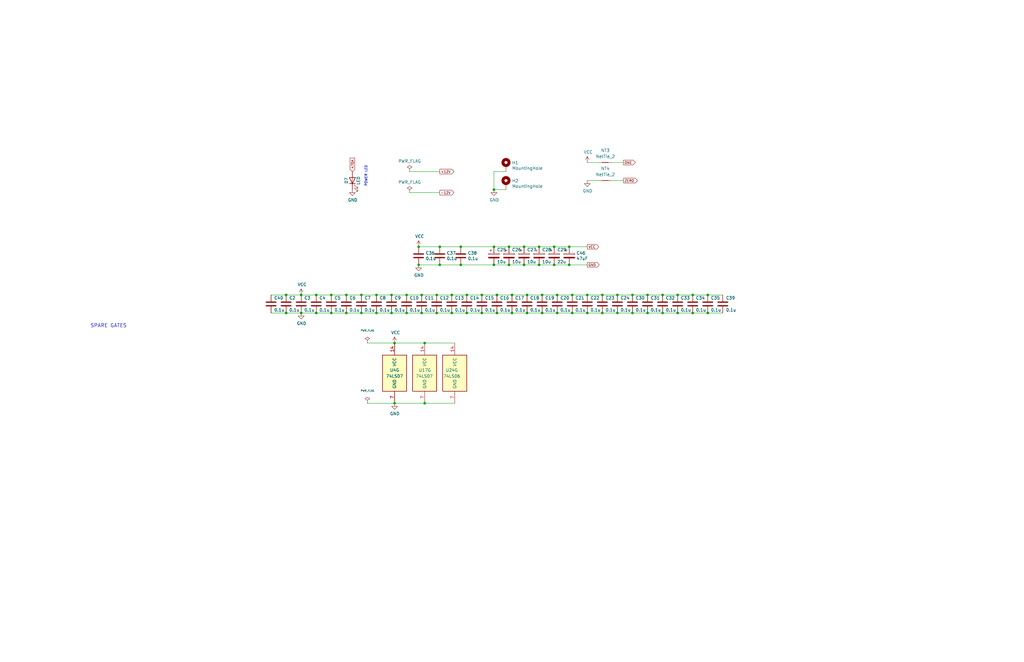
<source format=kicad_sch>
(kicad_sch (version 20211123) (generator eeschema)
  (paper "B")
  (lib_symbols
    (symbol "74xx:74LS06" (pin_names (offset 1.016))
      (property "Reference" "U" (at 0 1.27 0))
      (property "Value" "74LS06" (at 0 -1.27 0))
      (symbol "74LS06_1_0"
        (polyline (pts (xy -3.81 3.81) (xy -3.81 -3.81) (xy 3.81 0) (xy -3.81 3.81)) (stroke (width 0.254)) (fill (type background)))
        (pin input line (at -7.62 0 0) (length 3.81) (name "~") (number "1"))
        (pin open_collector inverted (at 7.62 0 180) (length 3.81) (name "~") (number "2"))
      )
      (symbol "74LS06_2_0"
        (polyline (pts (xy -3.81 3.81) (xy -3.81 -3.81) (xy 3.81 0) (xy -3.81 3.81)) (stroke (width 0.254)) (fill (type background)))
        (pin input line (at -7.62 0 0) (length 3.81) (name "~") (number "3"))
        (pin open_collector inverted (at 7.62 0 180) (length 3.81) (name "~") (number "4"))
      )
      (symbol "74LS06_3_0"
        (polyline (pts (xy -3.81 3.81) (xy -3.81 -3.81) (xy 3.81 0) (xy -3.81 3.81)) (stroke (width 0.254)) (fill (type background)))
        (pin input line (at -7.62 0 0) (length 3.81) (name "~") (number "5"))
        (pin open_collector inverted (at 7.62 0 180) (length 3.81) (name "~") (number "6"))
      )
      (symbol "74LS06_4_0"
        (polyline (pts (xy -3.81 3.81) (xy -3.81 -3.81) (xy 3.81 0) (xy -3.81 3.81)) (stroke (width 0.254)) (fill (type background)))
        (pin open_collector inverted (at 7.62 0 180) (length 3.81) (name "~") (number "8"))
        (pin input line (at -7.62 0 0) (length 3.81) (name "~") (number "9"))
      )
      (symbol "74LS06_5_0"
        (polyline (pts (xy -3.81 3.81) (xy -3.81 -3.81) (xy 3.81 0) (xy -3.81 3.81)) (stroke (width 0.254)) (fill (type background)))
        (pin open_collector inverted (at 7.62 0 180) (length 3.81) (name "~") (number "10"))
        (pin input line (at -7.62 0 0) (length 3.81) (name "~") (number "11"))
      )
      (symbol "74LS06_6_0"
        (polyline (pts (xy -3.81 3.81) (xy -3.81 -3.81) (xy 3.81 0) (xy -3.81 3.81)) (stroke (width 0.254)) (fill (type background)))
        (pin open_collector inverted (at 7.62 0 180) (length 3.81) (name "~") (number "12"))
        (pin input line (at -7.62 0 0) (length 3.81) (name "~") (number "13"))
      )
      (symbol "74LS06_7_0"
        (pin power_in line (at 0 12.7 270) (length 5.08) (name "VCC") (number "14"))
        (pin power_in line (at 0 -12.7 90) (length 5.08) (name "GND") (number "7"))
      )
      (symbol "74LS06_7_1"
        (rectangle (start -5.08 7.62) (end 5.08 -7.62) (stroke (width 0.254)) (fill (type background)))
      )
    )
    (symbol "74xx:74LS07" (pin_names (offset 1.016))
      (property "Reference" "U" (at 0 1.27 0))
      (property "Value" "74LS07" (at 0 -1.27 0))
      (symbol "74LS07_1_0"
        (polyline (pts (xy -3.81 3.81) (xy -3.81 -3.81) (xy 3.81 0) (xy -3.81 3.81)) (stroke (width 0.254)) (fill (type background)))
        (pin input line (at -7.62 0 0) (length 3.81) (name "~") (number "1"))
        (pin open_collector line (at 7.62 0 180) (length 3.81) (name "~") (number "2"))
      )
      (symbol "74LS07_2_0"
        (polyline (pts (xy -3.81 3.81) (xy -3.81 -3.81) (xy 3.81 0) (xy -3.81 3.81)) (stroke (width 0.254)) (fill (type background)))
        (pin input line (at -7.62 0 0) (length 3.81) (name "~") (number "3"))
        (pin open_collector line (at 7.62 0 180) (length 3.81) (name "~") (number "4"))
      )
      (symbol "74LS07_3_0"
        (polyline (pts (xy -3.81 3.81) (xy -3.81 -3.81) (xy 3.81 0) (xy -3.81 3.81)) (stroke (width 0.254)) (fill (type background)))
        (pin input line (at -7.62 0 0) (length 3.81) (name "~") (number "5"))
        (pin open_collector line (at 7.62 0 180) (length 3.81) (name "~") (number "6"))
      )
      (symbol "74LS07_4_0"
        (polyline (pts (xy -3.81 3.81) (xy -3.81 -3.81) (xy 3.81 0) (xy -3.81 3.81)) (stroke (width 0.254)) (fill (type background)))
        (pin open_collector line (at 7.62 0 180) (length 3.81) (name "~") (number "8"))
        (pin input line (at -7.62 0 0) (length 3.81) (name "~") (number "9"))
      )
      (symbol "74LS07_5_0"
        (polyline (pts (xy -3.81 3.81) (xy -3.81 -3.81) (xy 3.81 0) (xy -3.81 3.81)) (stroke (width 0.254)) (fill (type background)))
        (pin open_collector line (at 7.62 0 180) (length 3.81) (name "~") (number "10"))
        (pin input line (at -7.62 0 0) (length 3.81) (name "~") (number "11"))
      )
      (symbol "74LS07_6_0"
        (polyline (pts (xy -3.81 3.81) (xy -3.81 -3.81) (xy 3.81 0) (xy -3.81 3.81)) (stroke (width 0.254)) (fill (type background)))
        (pin open_collector line (at 7.62 0 180) (length 3.81) (name "~") (number "12"))
        (pin input line (at -7.62 0 0) (length 3.81) (name "~") (number "13"))
      )
      (symbol "74LS07_7_0"
        (pin power_in line (at 0 12.7 270) (length 5.08) (name "VCC") (number "14"))
        (pin power_in line (at 0 -12.7 90) (length 5.08) (name "GND") (number "7"))
      )
      (symbol "74LS07_7_1"
        (rectangle (start -5.08 7.62) (end 5.08 -7.62) (stroke (width 0.254)) (fill (type background)))
      )
    )
    (symbol "Device:C" (pin_numbers hide) (pin_names (offset 0.254))
      (property "Reference" "C" (at 0.635 2.54 0))
      (property "Value" "C" (at 0.635 -2.54 0))
      (symbol "C_0_1"
        (polyline (pts (xy -2.032 -0.762) (xy 2.032 -0.762)) (stroke (width 0.508)))
        (polyline (pts (xy -2.032 0.762) (xy 2.032 0.762)) (stroke (width 0.508)))
      )
      (symbol "C_1_1"
        (pin passive line (at 0 3.81 270) (length 2.794) (name "~") (number "1"))
        (pin passive line (at 0 -3.81 90) (length 2.794) (name "~") (number "2"))
      )
    )
    (symbol "Device:C_Polarized" (pin_numbers hide) (pin_names (offset 0.254))
      (property "Reference" "C" (at 0.635 2.54 0))
      (property "Value" "C_Polarized" (at 0.635 -2.54 0))
      (symbol "C_Polarized_0_1"
        (rectangle (start -2.286 0.508) (end 2.286 1.016))
        (polyline (pts (xy -1.778 2.286) (xy -0.762 2.286)))
        (polyline (pts (xy -1.27 2.794) (xy -1.27 1.778)))
        (rectangle (start 2.286 -0.508) (end -2.286 -1.016) (fill (type outline)))
      )
      (symbol "C_Polarized_1_1"
        (pin passive line (at 0 3.81 270) (length 2.794) (name "~") (number "1"))
        (pin passive line (at 0 -3.81 90) (length 2.794) (name "~") (number "2"))
      )
    )
    (symbol "Device:LED" (pin_numbers hide) (pin_names (offset 1.016) hide)
      (property "Reference" "D" (at 0 2.54 0))
      (property "Value" "LED" (at 0 -2.54 0))
      (symbol "LED_0_1"
        (polyline (pts (xy -1.27 -1.27) (xy -1.27 1.27)) (stroke (width 0.254)))
        (polyline (pts (xy -1.27 0) (xy 1.27 0)))
        (polyline (pts (xy 1.27 -1.27) (xy 1.27 1.27) (xy -1.27 0) (xy 1.27 -1.27)) (stroke (width 0.254)))
        (polyline (pts (xy -3.048 -0.762) (xy -4.572 -2.286) (xy -3.81 -2.286) (xy -4.572 -2.286) (xy -4.572 -1.524)))
        (polyline (pts (xy -1.778 -0.762) (xy -3.302 -2.286) (xy -2.54 -2.286) (xy -3.302 -2.286) (xy -3.302 -1.524)))
      )
      (symbol "LED_1_1"
        (pin passive line (at -3.81 0 0) (length 2.54) (name "K") (number "1"))
        (pin passive line (at 3.81 0 180) (length 2.54) (name "A") (number "2"))
      )
    )
    (symbol "Device:NetTie_2" (pin_numbers hide) (pin_names (offset 0) hide) (in_bom no)
      (property "Reference" "NT" (at 0 1.27 0))
      (property "Value" "NetTie_2" (at 0 -1.27 0))
      (symbol "NetTie_2_0_1"
        (polyline (pts (xy -1.27 0) (xy 1.27 0)) (stroke (width 0.254)))
      )
      (symbol "NetTie_2_1_1"
        (pin passive line (at -2.54 0 0) (length 2.54) (name "1") (number "1"))
        (pin passive line (at 2.54 0 180) (length 2.54) (name "2") (number "2"))
      )
    )
    (symbol "Mechanical:MountingHole_Pad" (pin_numbers hide) (pin_names (offset 1.016) hide)
      (property "Reference" "H" (at 0 6.35 0))
      (property "Value" "MountingHole_Pad" (at 0 4.445 0))
      (symbol "MountingHole_Pad_0_1"
        (circle (center 0 1.27) (radius 1.27) (stroke (width 1.27)))
      )
      (symbol "MountingHole_Pad_1_1"
        (pin input line (at 0 -2.54 90) (length 2.54) (name "1") (number "1"))
      )
    )
    (symbol "power:GND" (power) (pin_names (offset 0))
      (property "Value" "GND" (at 0 -3.81 0))
      (symbol "GND_0_1"
        (polyline (pts (xy 0 0) (xy 0 -1.27) (xy 1.27 -1.27) (xy 0 -2.54) (xy -1.27 -1.27) (xy 0 -1.27)))
      )
      (symbol "GND_1_1"
        (pin power_in line (at 0 0 270) (length 0) hide (name "GND") (number "1"))
      )
    )
    (symbol "power:PWR_FLAG" (power) (pin_numbers hide) (pin_names (offset 0) hide)
      (property "Value" "PWR_FLAG" (at 0 3.81 0))
      (symbol "PWR_FLAG_0_0"
        (pin power_out line (at 0 0 90) (length 0) (name "pwr") (number "1"))
      )
      (symbol "PWR_FLAG_0_1"
        (polyline (pts (xy 0 0) (xy 0 1.27) (xy -1.016 1.905) (xy 0 2.54) (xy 1.016 1.905) (xy 0 1.27)))
      )
    )
    (symbol "power:VCC" (power) (pin_names (offset 0))
      (property "Value" "VCC" (at 0 3.81 0))
      (symbol "VCC_0_1"
        (polyline (pts (xy -0.762 1.27) (xy 0 2.54)))
        (polyline (pts (xy 0 0) (xy 0 2.54)))
        (polyline (pts (xy 0 2.54) (xy 0.762 1.27)))
      )
      (symbol "VCC_1_1"
        (pin power_in line (at 0 0 90) (length 0) hide (name "VCC") (number "1"))
      )
    )
  )
  (junction (at 214.63 111.76))
  (junction (at 196.85 132.08))
  (junction (at 227.33 104.14))
  (junction (at 273.05 132.08))
  (junction (at 298.45 124.46))
  (junction (at 190.5 124.46))
  (junction (at 254 124.46))
  (junction (at 196.85 124.46))
  (junction (at 171.45 132.08))
  (junction (at 241.3 124.46))
  (junction (at 208.28 111.76))
  (junction (at 222.25 124.46))
  (junction (at 279.4 132.08))
  (junction (at 240.03 111.76))
  (junction (at 194.31 104.14))
  (junction (at 158.75 124.46))
  (junction (at 285.75 132.08))
  (junction (at 220.98 104.14))
  (junction (at 177.8 132.08))
  (junction (at 209.55 124.46))
  (junction (at 233.68 111.76))
  (junction (at 298.45 132.08))
  (junction (at 279.4 124.46))
  (junction (at 127 124.46))
  (junction (at 266.7 132.08))
  (junction (at 184.15 132.08))
  (junction (at 165.1 124.46))
  (junction (at 179.07 144.78))
  (junction (at 171.45 124.46))
  (junction (at 146.05 132.08))
  (junction (at 139.7 132.08))
  (junction (at 176.53 111.76))
  (junction (at 209.55 132.08))
  (junction (at 222.25 132.08))
  (junction (at 179.07 170.18))
  (junction (at 176.53 104.14))
  (junction (at 215.9 124.46))
  (junction (at 240.03 104.14))
  (junction (at 203.2 132.08))
  (junction (at 228.6 124.46))
  (junction (at 234.95 132.08))
  (junction (at 152.4 124.46))
  (junction (at 234.95 124.46))
  (junction (at 260.35 124.46))
  (junction (at 292.1 132.08))
  (junction (at 208.28 80.01))
  (junction (at 185.42 111.76))
  (junction (at 260.35 132.08))
  (junction (at 166.37 144.78))
  (junction (at 215.9 132.08))
  (junction (at 266.7 124.46))
  (junction (at 254 132.08))
  (junction (at 247.65 132.08))
  (junction (at 292.1 124.46))
  (junction (at 139.7 124.46))
  (junction (at 241.3 132.08))
  (junction (at 146.05 124.46))
  (junction (at 273.05 124.46))
  (junction (at 120.65 124.46))
  (junction (at 190.5 132.08))
  (junction (at 214.63 104.14))
  (junction (at 220.98 111.76))
  (junction (at 120.65 132.08))
  (junction (at 133.35 132.08))
  (junction (at 228.6 132.08))
  (junction (at 133.35 124.46))
  (junction (at 203.2 124.46))
  (junction (at 152.4 132.08))
  (junction (at 185.42 104.14))
  (junction (at 208.28 104.14))
  (junction (at 285.75 124.46))
  (junction (at 127 132.08))
  (junction (at 194.31 111.76))
  (junction (at 166.37 170.18))
  (junction (at 227.33 111.76))
  (junction (at 247.65 124.46))
  (junction (at 177.8 124.46))
  (junction (at 165.1 132.08))
  (junction (at 158.75 132.08))
  (junction (at 233.68 104.14))
  (junction (at 184.15 124.46))
  (wire (pts (xy 154.94 144.78) (xy 166.37 144.78)))
  (wire (pts (xy 152.4 124.46) (xy 158.75 124.46)))
  (wire (pts (xy 146.05 124.46) (xy 152.4 124.46)))
  (wire (pts (xy 247.65 132.08) (xy 254 132.08)))
  (wire (pts (xy 298.45 132.08) (xy 304.8 132.08)))
  (wire (pts (xy 222.25 132.08) (xy 228.6 132.08)))
  (wire (pts (xy 208.28 72.39) (xy 208.28 80.01)))
  (wire (pts (xy 179.07 144.78) (xy 191.77 144.78)))
  (wire (pts (xy 133.35 124.46) (xy 139.7 124.46)))
  (wire (pts (xy 266.7 124.46) (xy 273.05 124.46)))
  (wire (pts (xy 292.1 132.08) (xy 298.45 132.08)))
  (wire (pts (xy 172.72 72.39) (xy 185.42 72.39)))
  (wire (pts (xy 196.85 124.46) (xy 203.2 124.46)))
  (wire (pts (xy 172.72 81.28) (xy 185.42 81.28)))
  (wire (pts (xy 114.3 124.46) (xy 120.65 124.46)))
  (wire (pts (xy 185.42 111.76) (xy 194.31 111.76)))
  (wire (pts (xy 165.1 132.08) (xy 171.45 132.08)))
  (wire (pts (xy 285.75 132.08) (xy 292.1 132.08)))
  (wire (pts (xy 279.4 132.08) (xy 285.75 132.08)))
  (wire (pts (xy 273.05 132.08) (xy 279.4 132.08)))
  (wire (pts (xy 139.7 132.08) (xy 146.05 132.08)))
  (wire (pts (xy 273.05 124.46) (xy 279.4 124.46)))
  (wire (pts (xy 240.03 111.76) (xy 247.65 111.76)))
  (wire (pts (xy 279.4 124.46) (xy 285.75 124.46)))
  (wire (pts (xy 166.37 170.18) (xy 179.07 170.18)))
  (wire (pts (xy 166.37 144.78) (xy 179.07 144.78)))
  (wire (pts (xy 176.53 104.14) (xy 185.42 104.14)))
  (wire (pts (xy 240.03 104.14) (xy 247.65 104.14)))
  (wire (pts (xy 194.31 111.76) (xy 208.28 111.76)))
  (wire (pts (xy 257.81 76.2) (xy 262.89 76.2)))
  (wire (pts (xy 176.53 111.76) (xy 185.42 111.76)))
  (wire (pts (xy 165.1 124.46) (xy 171.45 124.46)))
  (wire (pts (xy 214.63 111.76) (xy 220.98 111.76)))
  (wire (pts (xy 171.45 132.08) (xy 177.8 132.08)))
  (wire (pts (xy 234.95 124.46) (xy 241.3 124.46)))
  (wire (pts (xy 177.8 132.08) (xy 184.15 132.08)))
  (wire (pts (xy 220.98 104.14) (xy 227.33 104.14)))
  (wire (pts (xy 196.85 132.08) (xy 203.2 132.08)))
  (wire (pts (xy 228.6 124.46) (xy 234.95 124.46)))
  (wire (pts (xy 184.15 132.08) (xy 190.5 132.08)))
  (wire (pts (xy 214.63 104.14) (xy 220.98 104.14)))
  (wire (pts (xy 247.65 124.46) (xy 254 124.46)))
  (wire (pts (xy 127 132.08) (xy 133.35 132.08)))
  (wire (pts (xy 241.3 124.46) (xy 247.65 124.46)))
  (wire (pts (xy 260.35 124.46) (xy 266.7 124.46)))
  (wire (pts (xy 208.28 104.14) (xy 214.63 104.14)))
  (wire (pts (xy 298.45 124.46) (xy 304.8 124.46)))
  (wire (pts (xy 203.2 132.08) (xy 209.55 132.08)))
  (wire (pts (xy 120.65 124.46) (xy 127 124.46)))
  (wire (pts (xy 266.7 132.08) (xy 273.05 132.08)))
  (wire (pts (xy 222.25 124.46) (xy 228.6 124.46)))
  (wire (pts (xy 152.4 132.08) (xy 158.75 132.08)))
  (wire (pts (xy 247.65 68.58) (xy 252.73 68.58)))
  (wire (pts (xy 260.35 132.08) (xy 266.7 132.08)))
  (wire (pts (xy 146.05 132.08) (xy 152.4 132.08)))
  (wire (pts (xy 213.36 72.39) (xy 208.28 72.39)))
  (wire (pts (xy 194.31 104.14) (xy 208.28 104.14)))
  (wire (pts (xy 209.55 132.08) (xy 215.9 132.08)))
  (wire (pts (xy 158.75 124.46) (xy 165.1 124.46)))
  (wire (pts (xy 171.45 124.46) (xy 177.8 124.46)))
  (wire (pts (xy 208.28 111.76) (xy 214.63 111.76)))
  (wire (pts (xy 215.9 124.46) (xy 222.25 124.46)))
  (wire (pts (xy 241.3 132.08) (xy 247.65 132.08)))
  (wire (pts (xy 234.95 132.08) (xy 241.3 132.08)))
  (wire (pts (xy 190.5 124.46) (xy 196.85 124.46)))
  (wire (pts (xy 227.33 111.76) (xy 233.68 111.76)))
  (wire (pts (xy 220.98 111.76) (xy 227.33 111.76)))
  (wire (pts (xy 228.6 132.08) (xy 234.95 132.08)))
  (wire (pts (xy 285.75 124.46) (xy 292.1 124.46)))
  (wire (pts (xy 257.81 68.58) (xy 262.89 68.58)))
  (wire (pts (xy 179.07 170.18) (xy 191.77 170.18)))
  (wire (pts (xy 139.7 124.46) (xy 146.05 124.46)))
  (wire (pts (xy 133.35 132.08) (xy 139.7 132.08)))
  (wire (pts (xy 177.8 124.46) (xy 184.15 124.46)))
  (wire (pts (xy 254 132.08) (xy 260.35 132.08)))
  (wire (pts (xy 114.3 132.08) (xy 120.65 132.08)))
  (wire (pts (xy 203.2 124.46) (xy 209.55 124.46)))
  (wire (pts (xy 233.68 111.76) (xy 240.03 111.76)))
  (wire (pts (xy 247.65 76.2) (xy 252.73 76.2)))
  (wire (pts (xy 254 124.46) (xy 260.35 124.46)))
  (wire (pts (xy 209.55 124.46) (xy 215.9 124.46)))
  (wire (pts (xy 154.94 170.18) (xy 166.37 170.18)))
  (wire (pts (xy 184.15 124.46) (xy 190.5 124.46)))
  (wire (pts (xy 215.9 132.08) (xy 222.25 132.08)))
  (wire (pts (xy 233.68 104.14) (xy 240.03 104.14)))
  (wire (pts (xy 190.5 132.08) (xy 196.85 132.08)))
  (wire (pts (xy 292.1 124.46) (xy 298.45 124.46)))
  (wire (pts (xy 227.33 104.14) (xy 233.68 104.14)))
  (wire (pts (xy 185.42 104.14) (xy 194.31 104.14)))
  (wire (pts (xy 158.75 132.08) (xy 165.1 132.08)))
  (wire (pts (xy 213.36 80.01) (xy 208.28 80.01)))
  (wire (pts (xy 127 124.46) (xy 133.35 124.46)))
  (wire (pts (xy 120.65 132.08) (xy 127 132.08)))
  (text "POWER LED" (at 154.94 78.74 90) (effects (font (size 1.016 1.016)) (justify left bottom)))
  (text "SPARE GATES" (at 38.1 138.43 0) (effects (font (size 1.524 1.524)) (justify left bottom)))
  (global_label "GND" (shape output) (at 247.65 111.76 0) (effects (font (size 1.016 1.016))) (property "Intersheet References" "${INTERSHEET_REFS}" (effects hide)))
  (global_label "ONE" (shape output) (at 262.89 68.58 0) (effects (font (size 1.016 1.016))) (property "Intersheet References" "${INTERSHEET_REFS}" (effects hide)))
  (global_label "ZERO" (shape output) (at 262.89 76.2 0) (effects (font (size 1.016 1.016))) (property "Intersheet References" "${INTERSHEET_REFS}" (effects hide)))
  (global_label "470A" (shape input) (at 148.59 72.39 90) (effects (font (size 1.016 1.016))) (property "Intersheet References" "${INTERSHEET_REFS}" (effects hide)))
  (global_label "VCC" (shape output) (at 247.65 104.14 0) (effects (font (size 1.016 1.016))) (property "Intersheet References" "${INTERSHEET_REFS}" (effects hide)))
  (global_label "+12V" (shape output) (at 185.42 72.39 0) (effects (font (size 1.016 1.016))) (property "Intersheet References" "${INTERSHEET_REFS}" (effects hide)))
  (global_label "-12V" (shape output) (at 185.42 81.28 0) (effects (font (size 1.016 1.016))) (property "Intersheet References" "${INTERSHEET_REFS}" (effects hide)))
  (symbol (lib_id "74xx:74LS07") (at 179.07 157.48 0) (unit 7)
    (property "Reference" "U17" (at 176.53 156.21 0) (effects (justify left)))
    (property "Value" "74LS07" (at 175.26 158.75 0) (effects (justify left)))
    (property "Footprint" "Package_DIP:DIP-14_W7.62mm" (effects hide))
    (property "Datasheet" "www.ti.com/lit/ds/symlink/sn74ls07.pdf" (effects hide))
  )
  (symbol (lib_id "power:GND") (at 166.37 170.18 0) (unit 1)
    (property "Reference" "#PWR077" (effects hide))
    (property "Value" "GND" (at 166.497 174.5742 0))
  )
  (symbol (lib_id "Device:C_Polarized") (at 240.03 107.95 0) (unit 1)
    (property "Reference" "C46" (at 243.0272 106.7816 0) (effects (justify left)))
    (property "Value" "47uF" (at 243.0272 109.093 0) (effects (justify left)))
    (property "Footprint" "Capacitor_THT:CP_Radial_D5.0mm_P2.50mm" (effects hide))
  )
  (symbol (lib_id "Device:C") (at 254 128.27 0) (unit 1)
    (property "Reference" "C23" (at 255.27 125.73 0) (effects (justify left)))
    (property "Value" "0.1u" (at 255.27 130.81 0) (effects (justify left)))
    (property "Footprint" "Capacitor_THT:C_Disc_D5.0mm_W2.5mm_P5.00mm" (effects hide))
  )
  (symbol (lib_id "Device:C_Polarized") (at 208.28 107.95 0) (unit 1)
    (property "Reference" "C25" (at 209.55 105.41 0) (effects (justify left)))
    (property "Value" "10u" (at 209.55 110.49 0) (effects (justify left)))
    (property "Footprint" "Capacitor_THT:CP_Radial_D5.0mm_P2.50mm" (effects hide))
  )
  (symbol (lib_id "Device:C_Polarized") (at 227.33 107.95 0) (unit 1)
    (property "Reference" "C28" (at 228.6 105.41 0) (effects (justify left)))
    (property "Value" "10u" (at 228.6 110.49 0) (effects (justify left)))
    (property "Footprint" "Capacitor_THT:CP_Radial_D5.0mm_P2.50mm" (effects hide))
  )
  (symbol (lib_id "Device:C") (at 215.9 128.27 0) (unit 1)
    (property "Reference" "C17" (at 217.17 125.73 0) (effects (justify left)))
    (property "Value" "0.1u" (at 217.17 130.81 0) (effects (justify left)))
    (property "Footprint" "Capacitor_THT:C_Disc_D5.0mm_W2.5mm_P5.00mm" (effects hide))
  )
  (symbol (lib_id "Device:C") (at 222.25 128.27 0) (unit 1)
    (property "Reference" "C18" (at 223.52 125.73 0) (effects (justify left)))
    (property "Value" "0.1u" (at 223.52 130.81 0) (effects (justify left)))
    (property "Footprint" "Capacitor_THT:C_Disc_D5.0mm_W2.5mm_P5.00mm" (effects hide))
  )
  (symbol (lib_id "Device:C") (at 228.6 128.27 0) (unit 1)
    (property "Reference" "C19" (at 229.87 125.73 0) (effects (justify left)))
    (property "Value" "0.1u" (at 229.87 130.81 0) (effects (justify left)))
    (property "Footprint" "Capacitor_THT:C_Disc_D5.0mm_W2.5mm_P5.00mm" (effects hide))
  )
  (symbol (lib_id "Device:C") (at 234.95 128.27 0) (unit 1)
    (property "Reference" "C20" (at 236.22 125.73 0) (effects (justify left)))
    (property "Value" "0.1u" (at 236.22 130.81 0) (effects (justify left)))
    (property "Footprint" "Capacitor_THT:C_Disc_D5.0mm_W2.5mm_P5.00mm" (effects hide))
  )
  (symbol (lib_id "Device:C") (at 241.3 128.27 0) (unit 1)
    (property "Reference" "C21" (at 242.57 125.73 0) (effects (justify left)))
    (property "Value" "0.1u" (at 242.57 130.81 0) (effects (justify left)))
    (property "Footprint" "Capacitor_THT:C_Disc_D5.0mm_W2.5mm_P5.00mm" (effects hide))
  )
  (symbol (lib_id "Device:C") (at 247.65 128.27 0) (unit 1)
    (property "Reference" "C22" (at 248.92 125.73 0) (effects (justify left)))
    (property "Value" "0.1u" (at 248.92 130.81 0) (effects (justify left)))
    (property "Footprint" "Capacitor_THT:C_Disc_D5.0mm_W2.5mm_P5.00mm" (effects hide))
  )
  (symbol (lib_id "74xx:74LS07") (at 166.37 157.48 0) (unit 7)
    (property "Reference" "U4" (at 166.37 156.21 0))
    (property "Value" "74LS07" (at 166.37 158.75 0))
    (property "Footprint" "Package_DIP:DIP-14_W7.62mm" (effects hide))
    (property "Datasheet" "www.ti.com/lit/ds/symlink/sn74ls07.pdf" (effects hide))
  )
  (symbol (lib_id "Device:C_Polarized") (at 233.68 107.95 0) (unit 1)
    (property "Reference" "C29" (at 234.95 105.41 0) (effects (justify left)))
    (property "Value" "22u" (at 234.95 110.49 0) (effects (justify left)))
    (property "Footprint" "Capacitor_THT:CP_Radial_D5.0mm_P2.50mm" (effects hide))
  )
  (symbol (lib_id "Device:C") (at 165.1 128.27 0) (unit 1)
    (property "Reference" "C9" (at 166.37 125.73 0) (effects (justify left)))
    (property "Value" "0.1u" (at 166.37 130.81 0) (effects (justify left)))
    (property "Footprint" "Capacitor_THT:C_Disc_D5.0mm_W2.5mm_P5.00mm" (effects hide))
  )
  (symbol (lib_id "Device:C") (at 171.45 128.27 0) (unit 1)
    (property "Reference" "C10" (at 172.72 125.73 0) (effects (justify left)))
    (property "Value" "0.1u" (at 172.72 130.81 0) (effects (justify left)))
    (property "Footprint" "Capacitor_THT:C_Disc_D5.0mm_W2.5mm_P5.00mm" (effects hide))
  )
  (symbol (lib_id "Device:C") (at 177.8 128.27 0) (unit 1)
    (property "Reference" "C11" (at 179.07 125.73 0) (effects (justify left)))
    (property "Value" "0.1u" (at 179.07 130.81 0) (effects (justify left)))
    (property "Footprint" "Capacitor_THT:C_Disc_D5.0mm_W2.5mm_P5.00mm" (effects hide))
  )
  (symbol (lib_id "Device:C") (at 184.15 128.27 0) (unit 1)
    (property "Reference" "C12" (at 185.42 125.73 0) (effects (justify left)))
    (property "Value" "0.1u" (at 185.42 130.81 0) (effects (justify left)))
    (property "Footprint" "Capacitor_THT:C_Disc_D5.0mm_W2.5mm_P5.00mm" (effects hide))
  )
  (symbol (lib_id "Device:C") (at 260.35 128.27 0) (unit 1)
    (property "Reference" "C24" (at 261.62 125.73 0) (effects (justify left)))
    (property "Value" "0.1u" (at 261.62 130.81 0) (effects (justify left)))
    (property "Footprint" "Capacitor_THT:C_Disc_D5.0mm_W2.5mm_P5.00mm" (effects hide))
  )
  (symbol (lib_id "Device:C") (at 176.53 107.95 0) (unit 1)
    (property "Reference" "C36" (at 179.451 106.7816 0) (effects (justify left)))
    (property "Value" "0.1u" (at 179.451 109.093 0) (effects (justify left)))
    (property "Footprint" "Capacitor_THT:C_Disc_D5.0mm_W2.5mm_P5.00mm" (effects hide))
  )
  (symbol (lib_id "Device:C") (at 185.42 107.95 0) (unit 1)
    (property "Reference" "C37" (at 188.341 106.7816 0) (effects (justify left)))
    (property "Value" "0.1u" (at 188.341 109.093 0) (effects (justify left)))
    (property "Footprint" "Capacitor_THT:C_Disc_D5.0mm_W2.5mm_P5.00mm" (effects hide))
  )
  (symbol (lib_id "Device:C") (at 194.31 107.95 0) (unit 1)
    (property "Reference" "C38" (at 197.231 106.7816 0) (effects (justify left)))
    (property "Value" "0.1u" (at 197.231 109.093 0) (effects (justify left)))
    (property "Footprint" "Capacitor_THT:C_Disc_D5.0mm_W2.5mm_P5.00mm" (effects hide))
  )
  (symbol (lib_id "power:VCC") (at 166.37 144.78 0) (unit 1)
    (property "Reference" "#PWR075" (effects hide))
    (property "Value" "VCC" (at 166.8018 140.3858 0))
  )
  (symbol (lib_id "Device:C") (at 190.5 128.27 0) (unit 1)
    (property "Reference" "C13" (at 191.77 125.73 0) (effects (justify left)))
    (property "Value" "0.1u" (at 191.77 130.81 0) (effects (justify left)))
    (property "Footprint" "Capacitor_THT:C_Disc_D5.0mm_W2.5mm_P5.00mm" (effects hide))
  )
  (symbol (lib_id "Device:C") (at 196.85 128.27 0) (unit 1)
    (property "Reference" "C14" (at 198.12 125.73 0) (effects (justify left)))
    (property "Value" "0.1u" (at 198.12 130.81 0) (effects (justify left)))
    (property "Footprint" "Capacitor_THT:C_Disc_D5.0mm_W2.5mm_P5.00mm" (effects hide))
  )
  (symbol (lib_id "power:PWR_FLAG") (at 154.94 144.78 0) (unit 1)
    (property "Reference" "#FLG06" (effects hide))
    (property "Value" "PWR_FLAG" (at 154.94 139.4968 0) (effects (font (size 0.762 0.762))))
  )
  (symbol (lib_id "power:PWR_FLAG") (at 154.94 170.18 0) (unit 1)
    (property "Reference" "#FLG07" (effects hide))
    (property "Value" "PWR_FLAG" (at 154.94 164.8968 0) (effects (font (size 0.762 0.762))))
  )
  (symbol (lib_id "Device:C") (at 209.55 128.27 0) (unit 1)
    (property "Reference" "C16" (at 210.82 125.73 0) (effects (justify left)))
    (property "Value" "0.1u" (at 210.82 130.81 0) (effects (justify left)))
    (property "Footprint" "Capacitor_THT:C_Disc_D5.0mm_W2.5mm_P5.00mm" (effects hide))
  )
  (symbol (lib_id "Device:C") (at 203.2 128.27 0) (unit 1)
    (property "Reference" "C15" (at 204.47 125.73 0) (effects (justify left)))
    (property "Value" "0.1u" (at 204.47 130.81 0) (effects (justify left)))
    (property "Footprint" "Capacitor_THT:C_Disc_D5.0mm_W2.5mm_P5.00mm" (effects hide))
  )
  (symbol (lib_id "Mechanical:MountingHole_Pad") (at 213.36 77.47 0) (unit 1)
    (property "Reference" "H2" (at 215.9 76.3016 0) (effects (justify left)))
    (property "Value" "MountingHole" (at 215.9 78.613 0) (effects (justify left)))
    (property "Footprint" "MountingHole:MountingHole_3.2mm_M3_Pad" (effects hide))
  )
  (symbol (lib_id "power:GND") (at 247.65 76.2 0) (unit 1)
    (property "Reference" "#PWR037" (effects hide))
    (property "Value" "GND" (at 247.777 80.5942 0))
  )
  (symbol (lib_id "power:VCC") (at 247.65 68.58 0) (unit 1)
    (property "Reference" "#PWR014" (effects hide))
    (property "Value" "VCC" (at 248.031 64.1858 0))
  )
  (symbol (lib_id "Mechanical:MountingHole_Pad") (at 213.36 69.85 0) (unit 1)
    (property "Reference" "H1" (at 215.9 68.6816 0) (effects (justify left)))
    (property "Value" "MountingHole" (at 215.9 70.993 0) (effects (justify left)))
    (property "Footprint" "MountingHole:MountingHole_3.2mm_M3_Pad" (effects hide))
  )
  (symbol (lib_id "power:GND") (at 208.28 80.01 0) (unit 1)
    (property "Reference" "#PWR0117" (effects hide))
    (property "Value" "GND" (at 208.407 84.4042 0))
  )
  (symbol (lib_id "Device:C") (at 298.45 128.27 0) (unit 1)
    (property "Reference" "C35" (at 299.72 125.73 0) (effects (justify left)))
    (property "Value" "0.1u" (at 299.72 130.81 0) (effects (justify left)))
    (property "Footprint" "Capacitor_THT:C_Disc_D5.0mm_W2.5mm_P5.00mm" (effects hide))
  )
  (symbol (lib_id "Device:C") (at 304.8 128.27 0) (unit 1)
    (property "Reference" "C39" (at 306.07 125.73 0) (effects (justify left)))
    (property "Value" "0.1u" (at 306.07 130.81 0) (effects (justify left)))
    (property "Footprint" "Capacitor_THT:C_Disc_D5.0mm_W2.5mm_P5.00mm" (effects hide))
  )
  (symbol (lib_id "Device:C") (at 266.7 128.27 0) (unit 1)
    (property "Reference" "C30" (at 267.97 125.73 0) (effects (justify left)))
    (property "Value" "0.1u" (at 267.97 130.81 0) (effects (justify left)))
    (property "Footprint" "Capacitor_THT:C_Disc_D5.0mm_W2.5mm_P5.00mm" (effects hide))
  )
  (symbol (lib_id "Device:C") (at 273.05 128.27 0) (unit 1)
    (property "Reference" "C31" (at 274.32 125.73 0) (effects (justify left)))
    (property "Value" "0.1u" (at 274.32 130.81 0) (effects (justify left)))
    (property "Footprint" "Capacitor_THT:C_Disc_D5.0mm_W2.5mm_P5.00mm" (effects hide))
  )
  (symbol (lib_id "Device:C") (at 279.4 128.27 0) (unit 1)
    (property "Reference" "C32" (at 280.67 125.73 0) (effects (justify left)))
    (property "Value" "0.1u" (at 280.67 130.81 0) (effects (justify left)))
    (property "Footprint" "Capacitor_THT:C_Disc_D5.0mm_W2.5mm_P5.00mm" (effects hide))
  )
  (symbol (lib_id "Device:C") (at 285.75 128.27 0) (unit 1)
    (property "Reference" "C33" (at 287.02 125.73 0) (effects (justify left)))
    (property "Value" "0.1u" (at 287.02 130.81 0) (effects (justify left)))
    (property "Footprint" "Capacitor_THT:C_Disc_D5.0mm_W2.5mm_P5.00mm" (effects hide))
  )
  (symbol (lib_id "Device:C") (at 292.1 128.27 0) (unit 1)
    (property "Reference" "C34" (at 293.37 125.73 0) (effects (justify left)))
    (property "Value" "0.1u" (at 293.37 130.81 0) (effects (justify left)))
    (property "Footprint" "Capacitor_THT:C_Disc_D5.0mm_W2.5mm_P5.00mm" (effects hide))
  )
  (symbol (lib_id "Device:C") (at 158.75 128.27 0) (unit 1)
    (property "Reference" "C8" (at 160.02 125.73 0) (effects (justify left)))
    (property "Value" "0.1u" (at 160.02 130.81 0) (effects (justify left)))
    (property "Footprint" "Capacitor_THT:C_Disc_D5.0mm_W2.5mm_P5.00mm" (effects hide))
  )
  (symbol (lib_id "Device:C_Polarized") (at 220.98 107.95 0) (unit 1)
    (property "Reference" "C27" (at 222.25 105.41 0) (effects (justify left)))
    (property "Value" "10u" (at 222.25 110.49 0) (effects (justify left)))
    (property "Footprint" "Capacitor_THT:CP_Radial_D5.0mm_P2.50mm" (effects hide))
  )
  (symbol (lib_id "Device:C_Polarized") (at 214.63 107.95 0) (unit 1)
    (property "Reference" "C26" (at 215.9 105.41 0) (effects (justify left)))
    (property "Value" "10u" (at 215.9 110.49 0) (effects (justify left)))
    (property "Footprint" "Capacitor_THT:CP_Radial_D5.0mm_P2.50mm" (effects hide))
  )
  (symbol (lib_id "Device:C") (at 120.65 128.27 0) (unit 1)
    (property "Reference" "C2" (at 121.92 125.73 0) (effects (justify left)))
    (property "Value" "0.1u" (at 121.92 130.81 0) (effects (justify left)))
    (property "Footprint" "Capacitor_THT:C_Disc_D5.0mm_W2.5mm_P5.00mm" (effects hide))
  )
  (symbol (lib_id "Device:C") (at 127 128.27 0) (unit 1)
    (property "Reference" "C3" (at 128.27 125.73 0) (effects (justify left)))
    (property "Value" "0.1u" (at 128.27 130.81 0) (effects (justify left)))
    (property "Footprint" "Capacitor_THT:C_Disc_D5.0mm_W2.5mm_P5.00mm" (effects hide))
  )
  (symbol (lib_id "Device:C") (at 133.35 128.27 0) (unit 1)
    (property "Reference" "C4" (at 134.62 125.73 0) (effects (justify left)))
    (property "Value" "0.1u" (at 134.62 130.81 0) (effects (justify left)))
    (property "Footprint" "Capacitor_THT:C_Disc_D5.0mm_W2.5mm_P5.00mm" (effects hide))
  )
  (symbol (lib_id "Device:C") (at 139.7 128.27 0) (unit 1)
    (property "Reference" "C5" (at 140.97 125.73 0) (effects (justify left)))
    (property "Value" "0.1u" (at 140.97 130.81 0) (effects (justify left)))
    (property "Footprint" "Capacitor_THT:C_Disc_D5.0mm_W2.5mm_P5.00mm" (effects hide))
  )
  (symbol (lib_id "Device:C") (at 146.05 128.27 0) (unit 1)
    (property "Reference" "C6" (at 147.32 125.73 0) (effects (justify left)))
    (property "Value" "0.1u" (at 147.32 130.81 0) (effects (justify left)))
    (property "Footprint" "Capacitor_THT:C_Disc_D5.0mm_W2.5mm_P5.00mm" (effects hide))
  )
  (symbol (lib_id "74xx:74LS06") (at 191.77 157.48 0) (unit 7)
    (property "Reference" "U24" (at 190.5 156.21 0))
    (property "Value" "74LS06" (at 190.5 158.75 0))
    (property "Footprint" "Package_DIP:DIP-14_W7.62mm" (effects hide))
    (property "Datasheet" "http://www.ti.com/lit/gpn/sn74LS06" (effects hide))
  )
  (symbol (lib_id "power:PWR_FLAG") (at 172.72 81.28 0) (unit 1)
    (property "Reference" "#FLG02" (effects hide))
    (property "Value" "PWR_FLAG" (at 172.72 76.8858 0))
  )
  (symbol (lib_id "power:PWR_FLAG") (at 172.72 72.39 0) (unit 1)
    (property "Reference" "#FLG01" (effects hide))
    (property "Value" "PWR_FLAG" (at 172.72 67.9958 0))
  )
  (symbol (lib_id "power:GND") (at 127 132.08 0) (unit 1)
    (property "Reference" "#PWR040" (effects hide))
    (property "Value" "GND" (at 127.127 136.4742 0))
  )
  (symbol (lib_id "Device:LED") (at 148.59 76.2 90) (unit 1)
    (property "Reference" "D7" (at 146.05 76.2 0))
    (property "Value" "LED" (at 151.13 76.2 0))
    (property "Footprint" "LED_THT:LED_D3.0mm_Horizontal_O3.81mm_Z2.0mm" (effects hide))
  )
  (symbol (lib_id "power:VCC") (at 176.53 104.14 0) (unit 1)
    (property "Reference" "#PWR0113" (effects hide))
    (property "Value" "VCC" (at 176.911 99.7458 0))
  )
  (symbol (lib_id "power:GND") (at 176.53 111.76 0) (unit 1)
    (property "Reference" "#PWR0114" (effects hide))
    (property "Value" "GND" (at 176.657 116.1542 0))
  )
  (symbol (lib_id "power:GND") (at 148.59 80.01 0) (unit 1)
    (property "Reference" "#PWR0115" (effects hide))
    (property "Value" "GND" (at 148.717 84.4042 0))
  )
  (symbol (lib_id "power:VCC") (at 127 124.46 0) (unit 1)
    (property "Reference" "#PWR0116" (effects hide))
    (property "Value" "VCC" (at 127.381 120.0658 0))
  )
  (symbol (lib_id "Device:C") (at 114.3 128.27 0) (unit 1)
    (property "Reference" "C40" (at 115.57 125.73 0) (effects (justify left)))
    (property "Value" "0.1u" (at 115.57 130.81 0) (effects (justify left)))
    (property "Footprint" "Capacitor_THT:C_Disc_D5.0mm_W2.5mm_P5.00mm" (effects hide))
  )
  (symbol (lib_id "Device:C") (at 152.4 128.27 0) (unit 1)
    (property "Reference" "C7" (at 153.67 125.73 0) (effects (justify left)))
    (property "Value" "0.1u" (at 153.67 130.81 0) (effects (justify left)))
    (property "Footprint" "Capacitor_THT:C_Disc_D5.0mm_W2.5mm_P5.00mm" (effects hide))
  )
  (symbol (lib_id "Device:NetTie_2") (at 255.27 68.58 0) (unit 1) (in_bom no)
    (property "Reference" "NT3" (at 255.27 63.5 0))
    (property "Value" "NetTie_2" (at 255.27 66.04 0))
    (property "Footprint" "NetTie:NetTie-2_THT_Pad0.3mm" (effects hide))
  )
  (symbol (lib_id "Device:NetTie_2") (at 255.27 76.2 0) (unit 1) (in_bom no)
    (property "Reference" "NT4" (at 255.27 71.12 0))
    (property "Value" "NetTie_2" (at 255.27 73.66 0))
    (property "Footprint" "NetTie:NetTie-2_THT_Pad0.3mm" (effects hide))
  )
)
</source>
